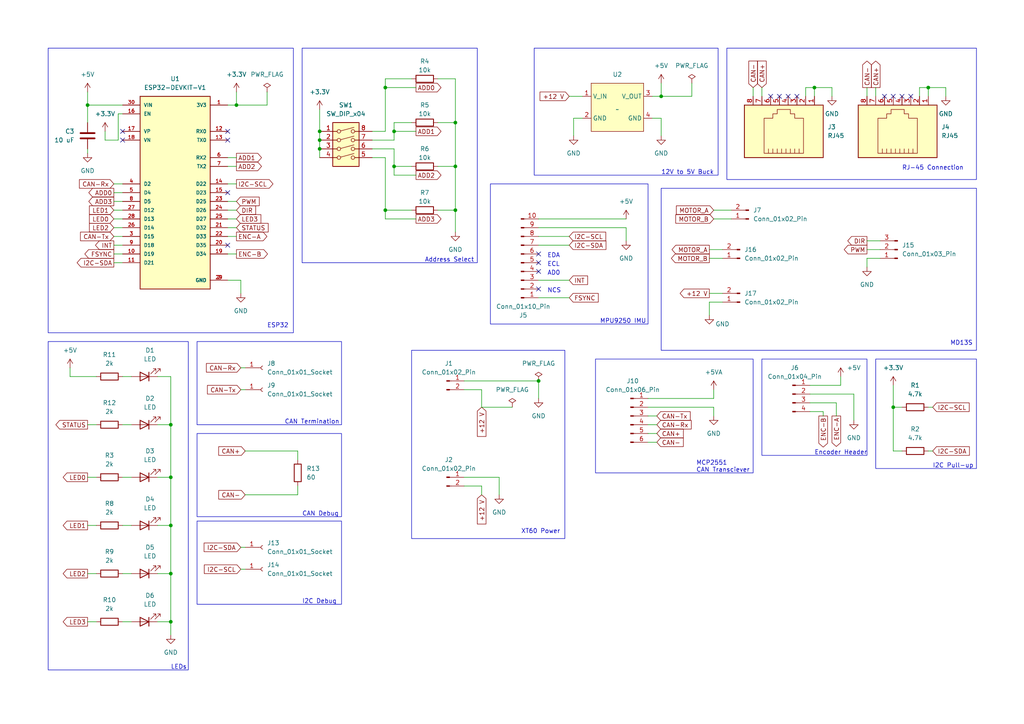
<source format=kicad_sch>
(kicad_sch (version 20230121) (generator eeschema)
  (paper "A4")
  (title_block (title "CAN Node") (date "2023-09-07") (rev "1.0") (company "RoverX"))
  (lib_symbols
    (symbol "Connector:Conn_01x01_Socket" (pin_names (offset 1.016) hide)
      (property "Reference" "J" (at 0 2.54 0))
      (property "Value" "Conn_01x01_Socket" (at 0 -2.54 0))
      (symbol "Conn_01x01_Socket_1_1"
        (polyline (pts (xy -1.27 0) (xy -0.508 0)) (stroke (width 0.1524)))
        (arc (start 0 0.508) (mid -0.5058 0) (end 0 -0.508) (stroke (width 0.1524)))
        (pin passive line (at -5.08 0 0) (length 3.81) (name "Pin_1") (number "1"))
      )
    )
    (symbol "Connector:Conn_01x02_Pin" (pin_names (offset 1.016) hide)
      (property "Reference" "J" (at 0 2.54 0))
      (property "Value" "Conn_01x02_Pin" (at 0 -5.08 0))
      (symbol "Conn_01x02_Pin_1_1"
        (polyline (pts (xy 1.27 -2.54) (xy 0.8636 -2.54)) (stroke (width 0.1524)))
        (polyline (pts (xy 1.27 0) (xy 0.8636 0)) (stroke (width 0.1524)))
        (rectangle (start 0.8636 -2.413) (end 0 -2.667) (stroke (width 0.1524)) (fill (type outline)))
        (rectangle (start 0.8636 0.127) (end 0 -0.127) (stroke (width 0.1524)) (fill (type outline)))
        (pin passive line (at 5.08 0 180) (length 3.81) (name "Pin_1") (number "1"))
        (pin passive line (at 5.08 -2.54 180) (length 3.81) (name "Pin_2") (number "2"))
      )
    )
    (symbol "Connector:Conn_01x03_Pin" (pin_names (offset 1.016) hide)
      (property "Reference" "J" (at 0 5.08 0))
      (property "Value" "Conn_01x03_Pin" (at 0 -5.08 0))
      (symbol "Conn_01x03_Pin_1_1"
        (polyline (pts (xy 1.27 -2.54) (xy 0.8636 -2.54)) (stroke (width 0.1524)))
        (polyline (pts (xy 1.27 0) (xy 0.8636 0)) (stroke (width 0.1524)))
        (polyline (pts (xy 1.27 2.54) (xy 0.8636 2.54)) (stroke (width 0.1524)))
        (rectangle (start 0.8636 -2.413) (end 0 -2.667) (stroke (width 0.1524)) (fill (type outline)))
        (rectangle (start 0.8636 0.127) (end 0 -0.127) (stroke (width 0.1524)) (fill (type outline)))
        (rectangle (start 0.8636 2.667) (end 0 2.413) (stroke (width 0.1524)) (fill (type outline)))
        (pin passive line (at 5.08 2.54 180) (length 3.81) (name "Pin_1") (number "1"))
        (pin passive line (at 5.08 0 180) (length 3.81) (name "Pin_2") (number "2"))
        (pin passive line (at 5.08 -2.54 180) (length 3.81) (name "Pin_3") (number "3"))
      )
    )
    (symbol "Connector:Conn_01x04_Pin" (pin_names (offset 1.016) hide)
      (property "Reference" "J" (at 0 5.08 0))
      (property "Value" "Conn_01x04_Pin" (at 0 -7.62 0))
      (symbol "Conn_01x04_Pin_1_1"
        (polyline (pts (xy 1.27 -5.08) (xy 0.8636 -5.08)) (stroke (width 0.1524)))
        (polyline (pts (xy 1.27 -2.54) (xy 0.8636 -2.54)) (stroke (width 0.1524)))
        (polyline (pts (xy 1.27 0) (xy 0.8636 0)) (stroke (width 0.1524)))
        (polyline (pts (xy 1.27 2.54) (xy 0.8636 2.54)) (stroke (width 0.1524)))
        (rectangle (start 0.8636 -4.953) (end 0 -5.207) (stroke (width 0.1524)) (fill (type outline)))
        (rectangle (start 0.8636 -2.413) (end 0 -2.667) (stroke (width 0.1524)) (fill (type outline)))
        (rectangle (start 0.8636 0.127) (end 0 -0.127) (stroke (width 0.1524)) (fill (type outline)))
        (rectangle (start 0.8636 2.667) (end 0 2.413) (stroke (width 0.1524)) (fill (type outline)))
        (pin passive line (at 5.08 2.54 180) (length 3.81) (name "Pin_1") (number "1"))
        (pin passive line (at 5.08 0 180) (length 3.81) (name "Pin_2") (number "2"))
        (pin passive line (at 5.08 -2.54 180) (length 3.81) (name "Pin_3") (number "3"))
        (pin passive line (at 5.08 -5.08 180) (length 3.81) (name "Pin_4") (number "4"))
      )
    )
    (symbol "Connector:Conn_01x06_Pin" (pin_names (offset 1.016) hide)
      (property "Reference" "J" (at 0 7.62 0))
      (property "Value" "Conn_01x06_Pin" (at 0 -10.16 0))
      (symbol "Conn_01x06_Pin_1_1"
        (polyline (pts (xy 1.27 -7.62) (xy 0.8636 -7.62)) (stroke (width 0.1524)))
        (polyline (pts (xy 1.27 -5.08) (xy 0.8636 -5.08)) (stroke (width 0.1524)))
        (polyline (pts (xy 1.27 -2.54) (xy 0.8636 -2.54)) (stroke (width 0.1524)))
        (polyline (pts (xy 1.27 0) (xy 0.8636 0)) (stroke (width 0.1524)))
        (polyline (pts (xy 1.27 2.54) (xy 0.8636 2.54)) (stroke (width 0.1524)))
        (polyline (pts (xy 1.27 5.08) (xy 0.8636 5.08)) (stroke (width 0.1524)))
        (rectangle (start 0.8636 -7.493) (end 0 -7.747) (stroke (width 0.1524)) (fill (type outline)))
        (rectangle (start 0.8636 -4.953) (end 0 -5.207) (stroke (width 0.1524)) (fill (type outline)))
        (rectangle (start 0.8636 -2.413) (end 0 -2.667) (stroke (width 0.1524)) (fill (type outline)))
        (rectangle (start 0.8636 0.127) (end 0 -0.127) (stroke (width 0.1524)) (fill (type outline)))
        (rectangle (start 0.8636 2.667) (end 0 2.413) (stroke (width 0.1524)) (fill (type outline)))
        (rectangle (start 0.8636 5.207) (end 0 4.953) (stroke (width 0.1524)) (fill (type outline)))
        (pin passive line (at 5.08 5.08 180) (length 3.81) (name "Pin_1") (number "1"))
        (pin passive line (at 5.08 2.54 180) (length 3.81) (name "Pin_2") (number "2"))
        (pin passive line (at 5.08 0 180) (length 3.81) (name "Pin_3") (number "3"))
        (pin passive line (at 5.08 -2.54 180) (length 3.81) (name "Pin_4") (number "4"))
        (pin passive line (at 5.08 -5.08 180) (length 3.81) (name "Pin_5") (number "5"))
        (pin passive line (at 5.08 -7.62 180) (length 3.81) (name "Pin_6") (number "6"))
      )
    )
    (symbol "Connector:Conn_01x10_Pin" (pin_names (offset 1.016) hide)
      (property "Reference" "J" (at 0 12.7 0))
      (property "Value" "Conn_01x10_Pin" (at 0 -15.24 0))
      (symbol "Conn_01x10_Pin_1_1"
        (polyline (pts (xy 1.27 -12.7) (xy 0.8636 -12.7)) (stroke (width 0.1524)))
        (polyline (pts (xy 1.27 -10.16) (xy 0.8636 -10.16)) (stroke (width 0.1524)))
        (polyline (pts (xy 1.27 -7.62) (xy 0.8636 -7.62)) (stroke (width 0.1524)))
        (polyline (pts (xy 1.27 -5.08) (xy 0.8636 -5.08)) (stroke (width 0.1524)))
        (polyline (pts (xy 1.27 -2.54) (xy 0.8636 -2.54)) (stroke (width 0.1524)))
        (polyline (pts (xy 1.27 0) (xy 0.8636 0)) (stroke (width 0.1524)))
        (polyline (pts (xy 1.27 2.54) (xy 0.8636 2.54)) (stroke (width 0.1524)))
        (polyline (pts (xy 1.27 5.08) (xy 0.8636 5.08)) (stroke (width 0.1524)))
        (polyline (pts (xy 1.27 7.62) (xy 0.8636 7.62)) (stroke (width 0.1524)))
        (polyline (pts (xy 1.27 10.16) (xy 0.8636 10.16)) (stroke (width 0.1524)))
        (rectangle (start 0.8636 -12.573) (end 0 -12.827) (stroke (width 0.1524)) (fill (type outline)))
        (rectangle (start 0.8636 -10.033) (end 0 -10.287) (stroke (width 0.1524)) (fill (type outline)))
        (rectangle (start 0.8636 -7.493) (end 0 -7.747) (stroke (width 0.1524)) (fill (type outline)))
        (rectangle (start 0.8636 -4.953) (end 0 -5.207) (stroke (width 0.1524)) (fill (type outline)))
        (rectangle (start 0.8636 -2.413) (end 0 -2.667) (stroke (width 0.1524)) (fill (type outline)))
        (rectangle (start 0.8636 0.127) (end 0 -0.127) (stroke (width 0.1524)) (fill (type outline)))
        (rectangle (start 0.8636 2.667) (end 0 2.413) (stroke (width 0.1524)) (fill (type outline)))
        (rectangle (start 0.8636 5.207) (end 0 4.953) (stroke (width 0.1524)) (fill (type outline)))
        (rectangle (start 0.8636 7.747) (end 0 7.493) (stroke (width 0.1524)) (fill (type outline)))
        (rectangle (start 0.8636 10.287) (end 0 10.033) (stroke (width 0.1524)) (fill (type outline)))
        (pin passive line (at 5.08 10.16 180) (length 3.81) (name "Pin_1") (number "1"))
        (pin passive line (at 5.08 -12.7 180) (length 3.81) (name "Pin_10") (number "10"))
        (pin passive line (at 5.08 7.62 180) (length 3.81) (name "Pin_2") (number "2"))
        (pin passive line (at 5.08 5.08 180) (length 3.81) (name "Pin_3") (number "3"))
        (pin passive line (at 5.08 2.54 180) (length 3.81) (name "Pin_4") (number "4"))
        (pin passive line (at 5.08 0 180) (length 3.81) (name "Pin_5") (number "5"))
        (pin passive line (at 5.08 -2.54 180) (length 3.81) (name "Pin_6") (number "6"))
        (pin passive line (at 5.08 -5.08 180) (length 3.81) (name "Pin_7") (number "7"))
        (pin passive line (at 5.08 -7.62 180) (length 3.81) (name "Pin_8") (number "8"))
        (pin passive line (at 5.08 -10.16 180) (length 3.81) (name "Pin_9") (number "9"))
      )
    )
    (symbol "Connector:RJ45" (pin_names (offset 1.016))
      (property "Reference" "J" (at -5.08 13.97 0))
      (property "Value" "RJ45" (at 2.54 13.97 0))
      (symbol "RJ45_0_1"
        (polyline (pts (xy -5.08 4.445) (xy -6.35 4.445)))
        (polyline (pts (xy -5.08 5.715) (xy -6.35 5.715)))
        (polyline (pts (xy -6.35 -3.175) (xy -5.08 -3.175) (xy -5.08 -3.175)))
        (polyline (pts (xy -6.35 -1.905) (xy -5.08 -1.905) (xy -5.08 -1.905)))
        (polyline (pts (xy -6.35 -0.635) (xy -5.08 -0.635) (xy -5.08 -0.635)))
        (polyline (pts (xy -6.35 0.635) (xy -5.08 0.635) (xy -5.08 0.635)))
        (polyline (pts (xy -6.35 1.905) (xy -5.08 1.905) (xy -5.08 1.905)))
        (polyline (pts (xy -5.08 3.175) (xy -6.35 3.175) (xy -6.35 3.175)))
        (polyline (pts (xy -6.35 -4.445) (xy -6.35 6.985) (xy 3.81 6.985) (xy 3.81 4.445) (xy 5.08 4.445) (xy 5.08 3.175) (xy 6.35 3.175) (xy 6.35 -0.635) (xy 5.08 -0.635) (xy 5.08 -1.905) (xy 3.81 -1.905) (xy 3.81 -4.445) (xy -6.35 -4.445) (xy -6.35 -4.445)))
        (rectangle (start 7.62 12.7) (end -7.62 -10.16) (stroke (width 0.254)) (fill (type background)))
      )
      (symbol "RJ45_1_1"
        (pin passive line (at 10.16 -7.62 180) (length 2.54) (name "~") (number "1"))
        (pin passive line (at 10.16 -5.08 180) (length 2.54) (name "~") (number "2"))
        (pin passive line (at 10.16 -2.54 180) (length 2.54) (name "~") (number "3"))
        (pin passive line (at 10.16 0 180) (length 2.54) (name "~") (number "4"))
        (pin passive line (at 10.16 2.54 180) (length 2.54) (name "~") (number "5"))
        (pin passive line (at 10.16 5.08 180) (length 2.54) (name "~") (number "6"))
        (pin passive line (at 10.16 7.62 180) (length 2.54) (name "~") (number "7"))
        (pin passive line (at 10.16 10.16 180) (length 2.54) (name "~") (number "8"))
      )
    )
    (symbol "Device:C" (pin_numbers hide) (pin_names (offset 0.254))
      (property "Reference" "C" (at 0.635 2.54 0))
      (property "Value" "C" (at 0.635 -2.54 0))
      (symbol "C_0_1"
        (polyline (pts (xy -2.032 -0.762) (xy 2.032 -0.762)) (stroke (width 0.508)))
        (polyline (pts (xy -2.032 0.762) (xy 2.032 0.762)) (stroke (width 0.508)))
      )
      (symbol "C_1_1"
        (pin passive line (at 0 3.81 270) (length 2.794) (name "~") (number "1"))
        (pin passive line (at 0 -3.81 90) (length 2.794) (name "~") (number "2"))
      )
    )
    (symbol "Device:LED" (pin_numbers hide) (pin_names (offset 1.016) hide)
      (property "Reference" "D" (at 0 2.54 0))
      (property "Value" "LED" (at 0 -2.54 0))
      (symbol "LED_0_1"
        (polyline (pts (xy -1.27 -1.27) (xy -1.27 1.27)) (stroke (width 0.254)))
        (polyline (pts (xy -1.27 0) (xy 1.27 0)))
        (polyline (pts (xy 1.27 -1.27) (xy 1.27 1.27) (xy -1.27 0) (xy 1.27 -1.27)) (stroke (width 0.254)))
        (polyline (pts (xy -3.048 -0.762) (xy -4.572 -2.286) (xy -3.81 -2.286) (xy -4.572 -2.286) (xy -4.572 -1.524)))
        (polyline (pts (xy -1.778 -0.762) (xy -3.302 -2.286) (xy -2.54 -2.286) (xy -3.302 -2.286) (xy -3.302 -1.524)))
      )
      (symbol "LED_1_1"
        (pin passive line (at -3.81 0 0) (length 2.54) (name "K") (number "1"))
        (pin passive line (at 3.81 0 180) (length 2.54) (name "A") (number "2"))
      )
    )
    (symbol "Device:R" (pin_numbers hide) (pin_names (offset 0))
      (property "Reference" "R" (at 2.032 0 90))
      (property "Value" "R" (at 0 0 90))
      (symbol "R_0_1"
        (rectangle (start -1.016 -2.54) (end 1.016 2.54) (stroke (width 0.254)))
      )
      (symbol "R_1_1"
        (pin passive line (at 0 3.81 270) (length 1.27) (name "~") (number "1"))
        (pin passive line (at 0 -3.81 90) (length 1.27) (name "~") (number "2"))
      )
    )
    (symbol "ESP32-DEVKIT-V1:ESP32-DEVKIT-V1" (pin_names (offset 1.016))
      (property "Reference" "U" (at -10.16 30.48 0))
      (property "Value" "ESP32-DEVKIT-V1" (at -10.16 -30.48 0))
      (symbol "ESP32-DEVKIT-V1_0_0"
        (rectangle (start -10.16 -27.94) (end 10.16 27.94) (stroke (width 0.254)) (fill (type background)))
        (pin output line (at 15.24 25.4 180) (length 5.08) (name "3V3") (number "1"))
        (pin bidirectional line (at -15.24 -17.78 0) (length 5.08) (name "D19") (number "10"))
        (pin bidirectional line (at -15.24 -20.32 0) (length 5.08) (name "D21") (number "11"))
        (pin input line (at 15.24 17.78 180) (length 5.08) (name "RX0") (number "12"))
        (pin output line (at 15.24 15.24 180) (length 5.08) (name "TX0") (number "13"))
        (pin bidirectional line (at 15.24 2.54 180) (length 5.08) (name "D22") (number "14"))
        (pin bidirectional line (at 15.24 0 180) (length 5.08) (name "D23") (number "15"))
        (pin input line (at -15.24 22.86 0) (length 5.08) (name "EN") (number "16"))
        (pin bidirectional line (at -15.24 17.78 0) (length 5.08) (name "VP") (number "17"))
        (pin bidirectional line (at -15.24 15.24 0) (length 5.08) (name "VN") (number "18"))
        (pin bidirectional line (at 15.24 -17.78 180) (length 5.08) (name "D34") (number "19"))
        (pin power_in line (at 15.24 -25.4 180) (length 5.08) (name "GND") (number "2"))
        (pin bidirectional line (at 15.24 -15.24 180) (length 5.08) (name "D35") (number "20"))
        (pin bidirectional line (at 15.24 -10.16 180) (length 5.08) (name "D32") (number "21"))
        (pin bidirectional line (at 15.24 -12.7 180) (length 5.08) (name "D33") (number "22"))
        (pin bidirectional line (at 15.24 -2.54 180) (length 5.08) (name "D25") (number "23"))
        (pin bidirectional line (at 15.24 -5.08 180) (length 5.08) (name "D26") (number "24"))
        (pin bidirectional line (at 15.24 -7.62 180) (length 5.08) (name "D27") (number "25"))
        (pin bidirectional line (at -15.24 -10.16 0) (length 5.08) (name "D14") (number "26"))
        (pin bidirectional line (at -15.24 -5.08 0) (length 5.08) (name "D12") (number "27"))
        (pin bidirectional line (at -15.24 -7.62 0) (length 5.08) (name "D13") (number "28"))
        (pin power_in line (at 15.24 -25.4 180) (length 5.08) (name "GND") (number "29"))
        (pin bidirectional line (at -15.24 -12.7 0) (length 5.08) (name "D15") (number "3"))
        (pin input line (at -15.24 25.4 0) (length 5.08) (name "VIN") (number "30"))
        (pin bidirectional line (at -15.24 2.54 0) (length 5.08) (name "D2") (number "4"))
        (pin bidirectional line (at -15.24 0 0) (length 5.08) (name "D4") (number "5"))
        (pin input line (at 15.24 10.16 180) (length 5.08) (name "RX2") (number "6"))
        (pin output line (at 15.24 7.62 180) (length 5.08) (name "TX2") (number "7"))
        (pin bidirectional line (at -15.24 -2.54 0) (length 5.08) (name "D5") (number "8"))
        (pin bidirectional line (at -15.24 -15.24 0) (length 5.08) (name "D18") (number "9"))
      )
    )
    (symbol "MINI360-buck:MINI360_Buck"
      (property "Reference" "U" (at 0 10.16 0))
      (symbol "MINI360_Buck_1_1"
        (rectangle (start -7.62 7.62) (end 7.62 -6.35) (fill (type background)))
        (pin power_in line (at -10.16 3.81 0) (length 2.54) (name "V_IN") (number "1"))
        (pin passive line (at -10.16 -2.54 0) (length 2.54) (name "GND") (number "2"))
        (pin power_out line (at 10.16 3.81 180) (length 2.54) (name "V_OUT") (number "3"))
        (pin passive line (at 10.16 -2.54 180) (length 2.54) (name "GND") (number "4"))
      )
    )
    (symbol "Switch:SW_DIP_x04" (pin_names (offset 0) hide)
      (property "Reference" "SW" (at 0 8.89 0))
      (property "Value" "SW_DIP_x04" (at 0 -6.35 0))
      (symbol "SW_DIP_x04_0_0"
        (circle (center -2.032 -2.54) (radius 0.508))
        (circle (center -2.032 0) (radius 0.508))
        (circle (center -2.032 2.54) (radius 0.508))
        (circle (center -2.032 5.08) (radius 0.508))
        (polyline (pts (xy -1.524 -2.3876) (xy 2.3622 -1.3462)))
        (polyline (pts (xy -1.524 0.127) (xy 2.3622 1.1684)))
        (polyline (pts (xy -1.524 2.667) (xy 2.3622 3.7084)))
        (polyline (pts (xy -1.524 5.207) (xy 2.3622 6.2484)))
        (circle (center 2.032 -2.54) (radius 0.508))
        (circle (center 2.032 0) (radius 0.508))
        (circle (center 2.032 2.54) (radius 0.508))
        (circle (center 2.032 5.08) (radius 0.508))
      )
      (symbol "SW_DIP_x04_0_1"
        (rectangle (start -3.81 7.62) (end 3.81 -5.08) (stroke (width 0.254)) (fill (type background)))
      )
      (symbol "SW_DIP_x04_1_1"
        (pin passive line (at -7.62 5.08 0) (length 5.08) (name "~") (number "1"))
        (pin passive line (at -7.62 2.54 0) (length 5.08) (name "~") (number "2"))
        (pin passive line (at -7.62 0 0) (length 5.08) (name "~") (number "3"))
        (pin passive line (at -7.62 -2.54 0) (length 5.08) (name "~") (number "4"))
        (pin passive line (at 7.62 -2.54 180) (length 5.08) (name "~") (number "5"))
        (pin passive line (at 7.62 0 180) (length 5.08) (name "~") (number "6"))
        (pin passive line (at 7.62 2.54 180) (length 5.08) (name "~") (number "7"))
        (pin passive line (at 7.62 5.08 180) (length 5.08) (name "~") (number "8"))
      )
    )
    (symbol "power:+3.3V" (power) (pin_names (offset 0))
      (property "Value" "+3.3V" (at 0 3.556 0))
      (symbol "+3.3V_0_1"
        (polyline (pts (xy -0.762 1.27) (xy 0 2.54)))
        (polyline (pts (xy 0 0) (xy 0 2.54)))
        (polyline (pts (xy 0 2.54) (xy 0.762 1.27)))
      )
      (symbol "+3.3V_1_1"
        (pin power_in line (at 0 0 90) (length 0) hide (name "+3.3V") (number "1"))
      )
    )
    (symbol "power:+5V" (power) (pin_names (offset 0))
      (property "Value" "+5V" (at 0 3.556 0))
      (symbol "+5V_0_1"
        (polyline (pts (xy -0.762 1.27) (xy 0 2.54)))
        (polyline (pts (xy 0 0) (xy 0 2.54)))
        (polyline (pts (xy 0 2.54) (xy 0.762 1.27)))
      )
      (symbol "+5V_1_1"
        (pin power_in line (at 0 0 90) (length 0) hide (name "+5V") (number "1"))
      )
    )
    (symbol "power:+5VA" (power) (pin_names (offset 0))
      (property "Value" "+5VA" (at 0 3.556 0))
      (symbol "+5VA_0_1"
        (polyline (pts (xy -0.762 1.27) (xy 0 2.54)))
        (polyline (pts (xy 0 0) (xy 0 2.54)))
        (polyline (pts (xy 0 2.54) (xy 0.762 1.27)))
      )
      (symbol "+5VA_1_1"
        (pin power_in line (at 0 0 90) (length 0) hide (name "+5VA") (number "1"))
      )
    )
    (symbol "power:GND" (power) (pin_names (offset 0))
      (property "Value" "GND" (at 0 -3.81 0))
      (symbol "GND_0_1"
        (polyline (pts (xy 0 0) (xy 0 -1.27) (xy 1.27 -1.27) (xy 0 -2.54) (xy -1.27 -1.27) (xy 0 -1.27)))
      )
      (symbol "GND_1_1"
        (pin power_in line (at 0 0 270) (length 0) hide (name "GND") (number "1"))
      )
    )
    (symbol "power:PWR_FLAG" (power) (pin_numbers hide) (pin_names (offset 0) hide)
      (property "Value" "PWR_FLAG" (at 0 3.81 0))
      (symbol "PWR_FLAG_0_0"
        (pin power_out line (at 0 0 90) (length 0) (name "pwr") (number "1"))
      )
      (symbol "PWR_FLAG_0_1"
        (polyline (pts (xy 0 0) (xy 0 1.27) (xy -1.016 1.905) (xy 0 2.54) (xy 1.016 1.905) (xy 0 1.27)))
      )
    )
  )
  (junction (at 25.4 30.48))
  (junction (at 111.76 60.96))
  (junction (at 68.58 30.48))
  (junction (at 132.08 48.26))
  (junction (at 49.53 166.37))
  (junction (at 49.53 123.19))
  (junction (at 156.21 110.49))
  (junction (at 132.08 60.96))
  (junction (at 269.24 25.4))
  (junction (at 49.53 152.4))
  (junction (at 49.53 138.43))
  (junction (at 49.53 180.34))
  (junction (at 236.22 25.4))
  (junction (at 92.71 43.18))
  (junction (at 111.76 25.4))
  (junction (at 92.71 38.1))
  (junction (at 191.77 27.94))
  (junction (at 92.71 40.64))
  (junction (at 114.3 38.1))
  (junction (at 132.08 35.56))
  (junction (at 259.08 118.11))
  (junction (at 114.3 48.26))
  (no_connect (at 156.21 76.2))
  (no_connect (at 35.56 38.1))
  (no_connect (at 66.04 40.64))
  (no_connect (at 156.21 83.82))
  (no_connect (at 35.56 40.64))
  (no_connect (at 228.6 27.94))
  (no_connect (at 66.04 71.12))
  (no_connect (at 226.06 27.94))
  (no_connect (at 66.04 38.1))
  (no_connect (at 66.04 55.88))
  (no_connect (at 261.62 27.94))
  (no_connect (at 223.52 27.94))
  (no_connect (at 156.21 73.66))
  (no_connect (at 256.54 27.94))
  (no_connect (at 264.16 27.94))
  (no_connect (at 231.14 27.94))
  (no_connect (at 156.21 78.74))
  (no_connect (at 259.08 27.94))
  (wire (pts (xy 209.55 87.63) (xy 205.74 87.63)))
  (wire (pts (xy 234.95 119.38) (xy 238.76 119.38)))
  (wire (pts (xy 68.58 30.48) (xy 68.58 26.67)))
  (wire (pts (xy 236.22 25.4) (xy 236.22 27.94)))
  (wire (pts (xy 134.62 110.49) (xy 156.21 110.49)))
  (wire (pts (xy 234.95 116.84) (xy 242.57 116.84)))
  (wire (pts (xy 114.3 38.1) (xy 120.65 38.1)))
  (wire (pts (xy 66.04 68.58) (xy 68.58 68.58)))
  (wire (pts (xy 69.85 158.75) (xy 71.12 158.75)))
  (wire (pts (xy 66.04 48.26) (xy 68.58 48.26)))
  (wire (pts (xy 66.04 73.66) (xy 68.58 73.66)))
  (wire (pts (xy 66.04 58.42) (xy 68.58 58.42)))
  (wire (pts (xy 207.01 115.57) (xy 207.01 113.03)))
  (wire (pts (xy 254 25.4) (xy 254 27.94)))
  (wire (pts (xy 77.47 30.48) (xy 77.47 26.67)))
  (wire (pts (xy 205.74 72.39) (xy 209.55 72.39)))
  (wire (pts (xy 68.58 30.48) (xy 77.47 30.48)))
  (wire (pts (xy 205.74 74.93) (xy 209.55 74.93)))
  (wire (pts (xy 243.84 111.76) (xy 234.95 111.76)))
  (wire (pts (xy 187.96 115.57) (xy 207.01 115.57)))
  (wire (pts (xy 33.02 58.42) (xy 35.56 58.42)))
  (wire (pts (xy 191.77 24.13) (xy 191.77 27.94)))
  (wire (pts (xy 233.68 25.4) (xy 233.68 27.94)))
  (wire (pts (xy 38.1 180.34) (xy 35.56 180.34)))
  (wire (pts (xy 255.27 74.93) (xy 251.46 74.93)))
  (wire (pts (xy 25.4 30.48) (xy 25.4 26.67)))
  (wire (pts (xy 25.4 123.19) (xy 27.94 123.19)))
  (wire (pts (xy 241.3 25.4) (xy 236.22 25.4)))
  (wire (pts (xy 49.53 180.34) (xy 49.53 184.15)))
  (wire (pts (xy 92.71 38.1) (xy 92.71 40.64)))
  (wire (pts (xy 25.4 138.43) (xy 27.94 138.43)))
  (wire (pts (xy 45.72 180.34) (xy 49.53 180.34)))
  (wire (pts (xy 69.85 113.03) (xy 71.12 113.03)))
  (wire (pts (xy 33.02 63.5) (xy 35.56 63.5)))
  (wire (pts (xy 38.1 109.22) (xy 35.56 109.22)))
  (wire (pts (xy 38.1 166.37) (xy 35.56 166.37)))
  (wire (pts (xy 38.1 138.43) (xy 35.56 138.43)))
  (wire (pts (xy 132.08 48.26) (xy 132.08 60.96)))
  (wire (pts (xy 243.84 109.22) (xy 243.84 111.76)))
  (wire (pts (xy 274.32 25.4) (xy 274.32 27.94)))
  (wire (pts (xy 205.74 85.09) (xy 209.55 85.09)))
  (wire (pts (xy 45.72 109.22) (xy 49.53 109.22)))
  (wire (pts (xy 114.3 35.56) (xy 119.38 35.56)))
  (wire (pts (xy 156.21 66.04) (xy 181.61 66.04)))
  (wire (pts (xy 269.24 25.4) (xy 274.32 25.4)))
  (wire (pts (xy 259.08 118.11) (xy 259.08 130.81)))
  (wire (pts (xy 25.4 43.18) (xy 25.4 44.45)))
  (wire (pts (xy 187.96 125.73) (xy 190.5 125.73)))
  (wire (pts (xy 120.65 63.5) (xy 111.76 63.5)))
  (wire (pts (xy 156.21 68.58) (xy 165.1 68.58)))
  (wire (pts (xy 35.56 33.02) (xy 34.29 33.02)))
  (wire (pts (xy 139.7 140.97) (xy 139.7 143.51)))
  (wire (pts (xy 132.08 22.86) (xy 132.08 35.56)))
  (wire (pts (xy 71.12 130.81) (xy 86.36 130.81)))
  (wire (pts (xy 33.02 71.12) (xy 35.56 71.12)))
  (wire (pts (xy 269.24 130.81) (xy 270.51 130.81)))
  (wire (pts (xy 25.4 152.4) (xy 27.94 152.4)))
  (wire (pts (xy 33.02 60.96) (xy 35.56 60.96)))
  (wire (pts (xy 114.3 43.18) (xy 114.3 48.26)))
  (wire (pts (xy 71.12 143.51) (xy 86.36 143.51)))
  (wire (pts (xy 111.76 45.72) (xy 111.76 60.96)))
  (wire (pts (xy 156.21 81.28) (xy 165.1 81.28)))
  (wire (pts (xy 66.04 66.04) (xy 68.58 66.04)))
  (wire (pts (xy 66.04 45.72) (xy 68.58 45.72)))
  (wire (pts (xy 127 60.96) (xy 132.08 60.96)))
  (wire (pts (xy 49.53 109.22) (xy 49.53 123.19)))
  (wire (pts (xy 33.02 66.04) (xy 35.56 66.04)))
  (wire (pts (xy 127 22.86) (xy 132.08 22.86)))
  (wire (pts (xy 45.72 123.19) (xy 49.53 123.19)))
  (wire (pts (xy 111.76 22.86) (xy 119.38 22.86)))
  (wire (pts (xy 233.68 25.4) (xy 236.22 25.4)))
  (wire (pts (xy 132.08 60.96) (xy 132.08 67.31)))
  (wire (pts (xy 66.04 60.96) (xy 68.58 60.96)))
  (wire (pts (xy 33.02 73.66) (xy 35.56 73.66)))
  (wire (pts (xy 45.72 138.43) (xy 49.53 138.43)))
  (wire (pts (xy 34.29 33.02) (xy 34.29 40.64)))
  (wire (pts (xy 241.3 25.4) (xy 241.3 27.94)))
  (wire (pts (xy 132.08 35.56) (xy 132.08 48.26)))
  (wire (pts (xy 207.01 63.5) (xy 212.09 63.5)))
  (wire (pts (xy 107.95 38.1) (xy 111.76 38.1)))
  (wire (pts (xy 187.96 123.19) (xy 190.5 123.19)))
  (wire (pts (xy 156.21 110.49) (xy 156.21 115.57)))
  (wire (pts (xy 156.21 86.36) (xy 165.1 86.36)))
  (wire (pts (xy 251.46 25.4) (xy 251.46 27.94)))
  (wire (pts (xy 25.4 166.37) (xy 27.94 166.37)))
  (wire (pts (xy 269.24 118.11) (xy 270.51 118.11)))
  (wire (pts (xy 45.72 152.4) (xy 49.53 152.4)))
  (wire (pts (xy 139.7 118.11) (xy 148.59 118.11)))
  (wire (pts (xy 165.1 27.94) (xy 168.91 27.94)))
  (wire (pts (xy 259.08 130.81) (xy 261.62 130.81)))
  (wire (pts (xy 111.76 25.4) (xy 111.76 22.86)))
  (wire (pts (xy 49.53 152.4) (xy 49.53 166.37)))
  (wire (pts (xy 205.74 87.63) (xy 205.74 91.44)))
  (wire (pts (xy 127 35.56) (xy 132.08 35.56)))
  (wire (pts (xy 242.57 116.84) (xy 242.57 120.65)))
  (wire (pts (xy 38.1 152.4) (xy 35.56 152.4)))
  (wire (pts (xy 69.85 81.28) (xy 69.85 85.09)))
  (wire (pts (xy 120.65 50.8) (xy 114.3 50.8)))
  (wire (pts (xy 49.53 138.43) (xy 49.53 152.4)))
  (wire (pts (xy 251.46 69.85) (xy 255.27 69.85)))
  (wire (pts (xy 30.48 40.64) (xy 30.48 38.1)))
  (wire (pts (xy 111.76 25.4) (xy 120.65 25.4)))
  (wire (pts (xy 191.77 27.94) (xy 200.66 27.94)))
  (wire (pts (xy 111.76 60.96) (xy 119.38 60.96)))
  (wire (pts (xy 38.1 123.19) (xy 35.56 123.19)))
  (wire (pts (xy 25.4 30.48) (xy 25.4 35.56)))
  (wire (pts (xy 189.23 34.29) (xy 191.77 34.29)))
  (wire (pts (xy 34.29 40.64) (xy 30.48 40.64)))
  (wire (pts (xy 107.95 45.72) (xy 111.76 45.72)))
  (wire (pts (xy 66.04 63.5) (xy 68.58 63.5)))
  (wire (pts (xy 187.96 120.65) (xy 190.5 120.65)))
  (wire (pts (xy 49.53 123.19) (xy 49.53 138.43)))
  (wire (pts (xy 107.95 43.18) (xy 114.3 43.18)))
  (wire (pts (xy 251.46 72.39) (xy 255.27 72.39)))
  (wire (pts (xy 92.71 40.64) (xy 92.71 43.18)))
  (wire (pts (xy 114.3 50.8) (xy 114.3 48.26)))
  (wire (pts (xy 20.32 109.22) (xy 27.94 109.22)))
  (wire (pts (xy 66.04 30.48) (xy 68.58 30.48)))
  (wire (pts (xy 207.01 118.11) (xy 207.01 120.65)))
  (wire (pts (xy 187.96 128.27) (xy 190.5 128.27)))
  (wire (pts (xy 200.66 27.94) (xy 200.66 24.13)))
  (wire (pts (xy 69.85 165.1) (xy 71.12 165.1)))
  (wire (pts (xy 86.36 133.35) (xy 86.36 130.81)))
  (wire (pts (xy 114.3 40.64) (xy 114.3 38.1)))
  (wire (pts (xy 20.32 106.68) (xy 20.32 109.22)))
  (wire (pts (xy 25.4 180.34) (xy 27.94 180.34)))
  (wire (pts (xy 156.21 63.5) (xy 181.61 63.5)))
  (wire (pts (xy 191.77 34.29) (xy 191.77 39.37)))
  (wire (pts (xy 92.71 43.18) (xy 92.71 45.72)))
  (wire (pts (xy 247.65 114.3) (xy 247.65 121.92)))
  (wire (pts (xy 144.78 138.43) (xy 144.78 143.51)))
  (wire (pts (xy 181.61 69.85) (xy 181.61 66.04)))
  (wire (pts (xy 220.98 25.4) (xy 220.98 27.94)))
  (wire (pts (xy 33.02 68.58) (xy 35.56 68.58)))
  (wire (pts (xy 86.36 143.51) (xy 86.36 140.97)))
  (wire (pts (xy 114.3 38.1) (xy 114.3 35.56)))
  (wire (pts (xy 45.72 166.37) (xy 49.53 166.37)))
  (wire (pts (xy 111.76 63.5) (xy 111.76 60.96)))
  (wire (pts (xy 92.71 31.75) (xy 92.71 38.1)))
  (wire (pts (xy 266.7 25.4) (xy 269.24 25.4)))
  (wire (pts (xy 266.7 27.94) (xy 266.7 25.4)))
  (wire (pts (xy 139.7 113.03) (xy 139.7 118.11)))
  (wire (pts (xy 49.53 166.37) (xy 49.53 180.34)))
  (wire (pts (xy 251.46 74.93) (xy 251.46 77.47)))
  (wire (pts (xy 166.37 34.29) (xy 168.91 34.29)))
  (wire (pts (xy 156.21 71.12) (xy 165.1 71.12)))
  (wire (pts (xy 269.24 25.4) (xy 269.24 27.94)))
  (wire (pts (xy 259.08 118.11) (xy 261.62 118.11)))
  (wire (pts (xy 107.95 40.64) (xy 114.3 40.64)))
  (wire (pts (xy 218.44 25.4) (xy 218.44 27.94)))
  (wire (pts (xy 111.76 25.4) (xy 111.76 38.1)))
  (wire (pts (xy 69.85 106.68) (xy 71.12 106.68)))
  (wire (pts (xy 234.95 114.3) (xy 247.65 114.3)))
  (wire (pts (xy 33.02 76.2) (xy 35.56 76.2)))
  (wire (pts (xy 114.3 48.26) (xy 119.38 48.26)))
  (wire (pts (xy 134.62 113.03) (xy 139.7 113.03)))
  (wire (pts (xy 189.23 27.94) (xy 191.77 27.94)))
  (wire (pts (xy 134.62 138.43) (xy 144.78 138.43)))
  (wire (pts (xy 187.96 118.11) (xy 207.01 118.11)))
  (wire (pts (xy 127 48.26) (xy 132.08 48.26)))
  (wire (pts (xy 66.04 53.34) (xy 68.58 53.34)))
  (wire (pts (xy 259.08 111.76) (xy 259.08 118.11)))
  (wire (pts (xy 33.02 55.88) (xy 35.56 55.88)))
  (wire (pts (xy 33.02 53.34) (xy 35.56 53.34)))
  (wire (pts (xy 134.62 140.97) (xy 139.7 140.97)))
  (wire (pts (xy 66.04 81.28) (xy 69.85 81.28)))
  (wire (pts (xy 207.01 60.96) (xy 212.09 60.96)))
  (wire (pts (xy 166.37 34.29) (xy 166.37 39.37)))
  (wire (pts (xy 238.76 119.38) (xy 238.76 120.65)))
  (wire (pts (xy 25.4 30.48) (xy 35.56 30.48)))
  (rectangle (start 57.15 99.06) (end 99.06 123.19))
  (rectangle (start 172.72 104.14) (end 218.44 137.16))
  (rectangle (start 254 104.14) (end 283.21 135.89))
  (rectangle (start 119.38 101.6) (end 163.83 156.21))
  (rectangle (start 142.24 53.34) (end 187.96 93.98))
  (rectangle (start 57.15 125.73) (end 99.06 149.86))
  (rectangle (start 13.97 13.97) (end 85.09 96.52))
  (rectangle (start 87.63 13.97) (end 138.43 76.2))
  (rectangle (start 191.77 54.61) (end 283.21 101.6))
  (rectangle (start 57.15 151.13) (end 99.06 175.26))
  (rectangle (start 210.82 13.97) (end 283.21 52.07))
  (rectangle (start 154.94 13.97) (end 208.28 50.8))
  (rectangle (start 13.97 99.06) (end 54.61 194.31))
  (rectangle (start 220.98 104.14) (end 251.46 132.08))
  (text "ESP32" (at 77.47 95.25 0) (effects (font (size 1.27 1.27)) (justify left bottom)))
  (text "I2C Pull-up" (at 270.51 135.89 0) (effects (font (size 1.27 1.27)) (justify left bottom)))
  (text "12V to 5V Buck" (at 191.77 50.8 0) (effects (font (size 1.27 1.27)) (justify left bottom)))
  (text "NCS" (at 158.75 85.09 0) (effects (font (size 1.27 1.27)) (justify left bottom)))
  (text "RJ-45 Connection" (at 261.62 49.53 0) (effects (font (size 1.27 1.27)) (justify left bottom)))
  (text "Address Select" (at 123.19 76.2 0) (effects (font (size 1.27 1.27)) (justify left bottom)))
  (text "MCP2551\nCAN Transciever" (at 201.93 137.16 0) (effects (font (size 1.27 1.27)) (justify left bottom)))
  (text "CAN Termination" (at 82.55 123.19 0) (effects (font (size 1.27 1.27)) (justify left bottom)))
  (text "I2C Debug" (at 87.63 175.26 0) (effects (font (size 1.27 1.27)) (justify left bottom)))
  (text "ECL" (at 158.75 77.47 0) (effects (font (size 1.27 1.27)) (justify left bottom)))
  (text "XT60 Power" (at 151.13 154.94 0) (effects (font (size 1.27 1.27)) (justify left bottom)))
  (text "MPU9250 IMU" (at 173.99 93.98 0) (effects (font (size 1.27 1.27)) (justify left bottom)))
  (text "MD13S" (at 275.59 100.33 0) (effects (font (size 1.27 1.27)) (justify left bottom)))
  (text "LEDs" (at 49.53 194.31 0) (effects (font (size 1.27 1.27)) (justify left bottom)))
  (text "Encoder Header" (at 236.22 132.08 0) (effects (font (size 1.27 1.27)) (justify left bottom)))
  (text "AD0" (at 158.75 80.01 0) (effects (font (size 1.27 1.27)) (justify left bottom)))
  (text "CAN Debug" (at 87.63 149.86 0) (effects (font (size 1.27 1.27)) (justify left bottom)))
  (text "EDA" (at 158.75 74.93 0) (effects (font (size 1.27 1.27)) (justify left bottom)))
  (global_label "CAN-" (shape input) (at 190.5 128.27 0) (property "Intersheetrefs" "${INTERSHEET_REFS}" (effects hide)))
  (global_label "CAN-Rx" (shape input) (at 33.02 53.34 180) (property "Intersheetrefs" "${INTERSHEET_REFS}" (effects hide)))
  (global_label "PWM" (shape input) (at 68.58 58.42 0) (property "Intersheetrefs" "${INTERSHEET_REFS}" (effects hide)))
  (global_label "CAN-" (shape input) (at 218.44 25.4 90) (property "Intersheetrefs" "${INTERSHEET_REFS}" (effects hide)))
  (global_label "CAN-" (shape output) (at 251.46 25.4 90) (property "Intersheetrefs" "${INTERSHEET_REFS}" (effects hide)))
  (global_label "CAN+" (shape input) (at 190.5 125.73 0) (property "Intersheetrefs" "${INTERSHEET_REFS}" (effects hide)))
  (global_label "DIR" (shape output) (at 251.46 69.85 180) (property "Intersheetrefs" "${INTERSHEET_REFS}" (effects hide)))
  (global_label "CAN-" (shape input) (at 71.12 143.51 180) (property "Intersheetrefs" "${INTERSHEET_REFS}" (effects hide)))
  (global_label "INT" (shape output) (at 33.02 71.12 180) (property "Intersheetrefs" "${INTERSHEET_REFS}" (effects hide)))
  (global_label "I2C-SCL" (shape input) (at 165.1 68.58 0) (property "Intersheetrefs" "${INTERSHEET_REFS}" (effects hide)))
  (global_label "ENC-A" (shape output) (at 242.57 120.65 270) (property "Intersheetrefs" "${INTERSHEET_REFS}" (effects hide)))
  (global_label "LED1" (shape output) (at 25.4 152.4 180) (property "Intersheetrefs" "${INTERSHEET_REFS}" (effects hide)))
  (global_label "I2C-SCL" (shape input) (at 270.51 118.11 0) (property "Intersheetrefs" "${INTERSHEET_REFS}" (effects hide)))
  (global_label "ADD1" (shape output) (at 120.65 38.1 0) (property "Intersheetrefs" "${INTERSHEET_REFS}" (effects hide)))
  (global_label "ENC-A" (shape output) (at 68.58 68.58 0) (property "Intersheetrefs" "${INTERSHEET_REFS}" (effects hide)))
  (global_label "+12 V" (shape output) (at 205.74 85.09 180) (property "Intersheetrefs" "${INTERSHEET_REFS}" (effects hide)))
  (global_label "ADD0" (shape output) (at 120.65 25.4 0) (property "Intersheetrefs" "${INTERSHEET_REFS}" (effects hide)))
  (global_label "CAN-Tx" (shape input) (at 69.85 113.03 180) (property "Intersheetrefs" "${INTERSHEET_REFS}" (effects hide)))
  (global_label "ADD3" (shape output) (at 120.65 63.5 0) (property "Intersheetrefs" "${INTERSHEET_REFS}" (effects hide)))
  (global_label "ENC-B" (shape output) (at 238.76 120.65 270) (property "Intersheetrefs" "${INTERSHEET_REFS}" (effects hide)))
  (global_label "CAN+" (shape input) (at 220.98 25.4 90) (property "Intersheetrefs" "${INTERSHEET_REFS}" (effects hide)))
  (global_label "CAN+" (shape output) (at 254 25.4 90) (property "Intersheetrefs" "${INTERSHEET_REFS}" (effects hide)))
  (global_label "ADD2" (shape output) (at 68.58 48.26 0) (property "Intersheetrefs" "${INTERSHEET_REFS}" (effects hide)))
  (global_label "I2C-SCL" (shape input) (at 69.85 165.1 180) (property "Intersheetrefs" "${INTERSHEET_REFS}" (effects hide)))
  (global_label "I2C-SDA" (shape output) (at 33.02 76.2 180) (property "Intersheetrefs" "${INTERSHEET_REFS}" (effects hide)))
  (global_label "ENC-B" (shape output) (at 68.58 73.66 0) (property "Intersheetrefs" "${INTERSHEET_REFS}" (effects hide)))
  (global_label "I2C-SCL" (shape output) (at 68.58 53.34 0) (property "Intersheetrefs" "${INTERSHEET_REFS}" (effects hide)))
  (global_label "LED0" (shape output) (at 25.4 138.43 180) (property "Intersheetrefs" "${INTERSHEET_REFS}" (effects hide)))
  (global_label "FSYNC" (shape output) (at 33.02 73.66 180) (property "Intersheetrefs" "${INTERSHEET_REFS}" (effects hide)))
  (global_label "STATUS" (shape output) (at 25.4 123.19 180) (property "Intersheetrefs" "${INTERSHEET_REFS}" (effects hide)))
  (global_label "+12 V" (shape input) (at 139.7 118.11 270) (property "Intersheetrefs" "${INTERSHEET_REFS}" (effects hide)))
  (global_label "I2C-SDA" (shape input) (at 270.51 130.81 0) (property "Intersheetrefs" "${INTERSHEET_REFS}" (effects hide)))
  (global_label "ADD1" (shape output) (at 68.58 45.72 0) (property "Intersheetrefs" "${INTERSHEET_REFS}" (effects hide)))
  (global_label "LED0" (shape input) (at 33.02 63.5 180) (property "Intersheetrefs" "${INTERSHEET_REFS}" (effects hide)))
  (global_label "LED1" (shape input) (at 33.02 60.96 180) (property "Intersheetrefs" "${INTERSHEET_REFS}" (effects hide)))
  (global_label "ADD0" (shape output) (at 33.02 55.88 180) (property "Intersheetrefs" "${INTERSHEET_REFS}" (effects hide)))
  (global_label "INT" (shape input) (at 165.1 81.28 0) (property "Intersheetrefs" "${INTERSHEET_REFS}" (effects hide)))
  (global_label "MOTOR_B" (shape output) (at 205.74 74.93 180) (property "Intersheetrefs" "${INTERSHEET_REFS}" (effects hide)))
  (global_label "ADD3" (shape output) (at 33.02 58.42 180) (property "Intersheetrefs" "${INTERSHEET_REFS}" (effects hide)))
  (global_label "CAN-Rx" (shape input) (at 190.5 123.19 0) (property "Intersheetrefs" "${INTERSHEET_REFS}" (effects hide)))
  (global_label "CAN-Tx" (shape input) (at 190.5 120.65 0) (property "Intersheetrefs" "${INTERSHEET_REFS}" (effects hide)))
  (global_label "CAN-Tx" (shape input) (at 33.02 68.58 180) (property "Intersheetrefs" "${INTERSHEET_REFS}" (effects hide)))
  (global_label "+12 V" (shape input) (at 139.7 143.51 270) (property "Intersheetrefs" "${INTERSHEET_REFS}" (effects hide)))
  (global_label "LED3" (shape input) (at 68.58 63.5 0) (property "Intersheetrefs" "${INTERSHEET_REFS}" (effects hide)))
  (global_label "+12 V" (shape input) (at 165.1 27.94 180) (property "Intersheetrefs" "${INTERSHEET_REFS}" (effects hide)))
  (global_label "CAN+" (shape input) (at 71.12 130.81 180) (property "Intersheetrefs" "${INTERSHEET_REFS}" (effects hide)))
  (global_label "STATUS" (shape input) (at 68.58 66.04 0) (property "Intersheetrefs" "${INTERSHEET_REFS}" (effects hide)))
  (global_label "MOTOR_A" (shape output) (at 205.74 72.39 180) (property "Intersheetrefs" "${INTERSHEET_REFS}" (effects hide)))
  (global_label "ADD2" (shape output) (at 120.65 50.8 0) (property "Intersheetrefs" "${INTERSHEET_REFS}" (effects hide)))
  (global_label "LED2" (shape output) (at 25.4 166.37 180) (property "Intersheetrefs" "${INTERSHEET_REFS}" (effects hide)))
  (global_label "CAN-Rx" (shape input) (at 69.85 106.68 180) (property "Intersheetrefs" "${INTERSHEET_REFS}" (effects hide)))
  (global_label "LED2" (shape input) (at 33.02 66.04 180) (property "Intersheetrefs" "${INTERSHEET_REFS}" (effects hide)))
  (global_label "FSYNC" (shape input) (at 165.1 86.36 0) (property "Intersheetrefs" "${INTERSHEET_REFS}" (effects hide)))
  (global_label "LED3" (shape output) (at 25.4 180.34 180) (property "Intersheetrefs" "${INTERSHEET_REFS}" (effects hide)))
  (global_label "PWM" (shape output) (at 251.46 72.39 180) (property "Intersheetrefs" "${INTERSHEET_REFS}" (effects hide)))
  (global_label "DIR" (shape input) (at 68.58 60.96 0) (property "Intersheetrefs" "${INTERSHEET_REFS}" (effects hide)))
  (global_label "MOTOR_B" (shape input) (at 207.01 63.5 180) (property "Intersheetrefs" "${INTERSHEET_REFS}" (effects hide)))
  (global_label "MOTOR_A" (shape input) (at 207.01 60.96 180) (property "Intersheetrefs" "${INTERSHEET_REFS}" (effects hide)))
  (global_label "I2C-SDA" (shape input) (at 165.1 71.12 0) (property "Intersheetrefs" "${INTERSHEET_REFS}" (effects hide)))
  (global_label "I2C-SDA" (shape input) (at 69.85 158.75 180) (property "Intersheetrefs" "${INTERSHEET_REFS}" (effects hide)))
  (symbol (lib_id "power:GND") (at 205.74 91.44 0) (unit 1)
    (property "Reference" "#PWR025" (effects hide))
    (property "Value" "GND" (at 209.55 93.98 0))
  )
  (symbol (lib_id "Connector:Conn_01x01_Socket") (at 76.2 113.03 0) (unit 1)
    (property "Reference" "J9" (at 77.47 111.76 0) (effects (justify left)))
    (property "Value" "Conn_01x01_Socket" (at 77.47 114.3 0) (effects (justify left)))
    (property "Footprint" "Connector_Wire:SolderWire-0.1sqmm_1x01_D0.4mm_OD1mm" (effects hide))
  )
  (symbol (lib_id "power:+5V") (at 191.77 24.13 0) (unit 1)
    (property "Reference" "#PWR018" (effects hide))
    (property "Value" "+5V" (at 191.77 19.05 0))
  )
  (symbol (lib_id "power:PWR_FLAG") (at 200.66 24.13 0) (unit 1)
    (property "Reference" "#FLG04" (effects hide))
    (property "Value" "PWR_FLAG" (at 200.66 19.05 0))
  )
  (symbol (lib_id "Connector:RJ45") (at 261.62 38.1 90) (unit 1)
    (property "Reference" "J4" (at 273.05 36.83 90) (effects (justify right)))
    (property "Value" "RJ45" (at 273.05 39.37 90) (effects (justify right)))
    (property "Footprint" "Connector_RJ:RJ45_Amphenol_54602-x08_Horizontal" (effects hide))
  )
  (symbol (lib_id "power:GND") (at 274.32 27.94 0) (unit 1)
    (property "Reference" "#PWR014" (effects hide))
    (property "Value" "GND" (at 274.32 33.02 0))
  )
  (symbol (lib_id "power:+3.3V") (at 259.08 111.76 0) (unit 1)
    (property "Reference" "#PWR015" (effects hide))
    (property "Value" "+3.3V" (at 259.08 106.68 0))
  )
  (symbol (lib_id "power:+5V") (at 20.32 106.68 0) (unit 1)
    (property "Reference" "#PWR010" (effects hide))
    (property "Value" "+5V" (at 20.32 101.6 0))
  )
  (symbol (lib_id "Connector:Conn_01x06_Pin") (at 182.88 120.65 0) (unit 1)
    (property "Reference" "J10" (at 183.515 110.49 0))
    (property "Value" "Conn_01x06_Pin" (at 183.515 113.03 0))
    (property "Footprint" "Connector_PinHeader_2.54mm:PinHeader_1x06_P2.54mm_Vertical" (effects hide))
  )
  (symbol (lib_id "Connector:Conn_01x04_Pin") (at 229.87 114.3 0) (unit 1)
    (property "Reference" "J6" (at 230.505 106.68 0))
    (property "Value" "Conn_01x04_Pin" (at 230.505 109.22 0))
    (property "Footprint" "Connector_JST:JST_PH_B4B-PH-K_1x04_P2.00mm_Vertical" (effects hide))
  )
  (symbol (lib_id "power:PWR_FLAG") (at 77.47 26.67 0) (unit 1)
    (property "Reference" "#FLG03" (effects hide))
    (property "Value" "PWR_FLAG" (at 77.47 21.59 0))
  )
  (symbol (lib_id "power:PWR_FLAG") (at 156.21 110.49 0) (unit 1)
    (property "Reference" "#FLG01" (effects hide))
    (property "Value" "PWR_FLAG" (at 156.21 105.41 0))
  )
  (symbol (lib_id "Connector:Conn_01x01_Socket") (at 76.2 158.75 0) (unit 1)
    (property "Reference" "J13" (at 77.47 157.48 0) (effects (justify left)))
    (property "Value" "Conn_01x01_Socket" (at 77.47 160.02 0) (effects (justify left)))
    (property "Footprint" "Connector_Wire:SolderWire-0.1sqmm_1x01_D0.4mm_OD1mm" (effects hide))
  )
  (symbol (lib_id "Device:C") (at 25.4 39.37 0) (unit 1)
    (property "Reference" "C3" (at 21.59 38.1 0) (effects (justify right)))
    (property "Value" "10 uF" (at 21.59 40.64 0) (effects (justify right)))
    (property "Footprint" "Capacitor_SMD:C_0805_2012Metric" (effects hide))
  )
  (symbol (lib_id "Device:R") (at 31.75 123.19 270) (unit 1)
    (property "Reference" "R12" (at 31.75 116.84 90))
    (property "Value" "2k" (at 31.75 119.38 90))
    (property "Footprint" "Resistor_THT:R_Axial_DIN0204_L3.6mm_D1.6mm_P5.08mm_Horizontal" (effects hide))
  )
  (symbol (lib_id "Device:LED") (at 41.91 123.19 180) (unit 1)
    (property "Reference" "D2" (at 43.4975 115.57 0))
    (property "Value" "LED" (at 43.4975 118.11 0))
    (property "Footprint" "LED_THT:LED_D3.0mm" (effects hide))
  )
  (symbol (lib_id "power:GND") (at 49.53 184.15 0) (unit 1)
    (property "Reference" "#PWR08" (effects hide))
    (property "Value" "GND" (at 49.53 189.23 0))
  )
  (symbol (lib_id "Connector:Conn_01x01_Socket") (at 76.2 106.68 0) (unit 1)
    (property "Reference" "J8" (at 77.47 105.41 0) (effects (justify left)))
    (property "Value" "Conn_01x01_Socket" (at 77.47 107.95 0) (effects (justify left)))
    (property "Footprint" "Connector_Wire:SolderWire-0.1sqmm_1x01_D0.4mm_OD1mm" (effects hide))
  )
  (symbol (lib_id "power:GND") (at 132.08 67.31 0) (unit 1)
    (property "Reference" "#PWR017" (effects hide))
    (property "Value" "GND" (at 132.08 72.39 0))
  )
  (symbol (lib_id "Device:LED") (at 41.91 152.4 180) (unit 1)
    (property "Reference" "D4" (at 43.4975 144.78 0))
    (property "Value" "LED" (at 43.4975 147.32 0))
    (property "Footprint" "LED_THT:LED_D3.0mm" (effects hide))
  )
  (symbol (lib_id "Device:R") (at 31.75 109.22 270) (unit 1)
    (property "Reference" "R11" (at 31.75 102.87 90))
    (property "Value" "2k" (at 31.75 105.41 90))
    (property "Footprint" "Resistor_THT:R_Axial_DIN0204_L3.6mm_D1.6mm_P5.08mm_Horizontal" (effects hide))
  )
  (symbol (lib_id "Connector:Conn_01x01_Socket") (at 76.2 165.1 0) (unit 1)
    (property "Reference" "J14" (at 77.47 163.83 0) (effects (justify left)))
    (property "Value" "Conn_01x01_Socket" (at 77.47 166.37 0) (effects (justify left)))
    (property "Footprint" "Connector_Wire:SolderWire-0.1sqmm_1x01_D0.4mm_OD1mm" (effects hide))
  )
  (symbol (lib_id "power:GND") (at 191.77 39.37 0) (unit 1)
    (property "Reference" "#PWR012" (effects hide))
    (property "Value" "GND" (at 191.77 44.45 0))
  )
  (symbol (lib_id "Device:LED") (at 41.91 166.37 180) (unit 1)
    (property "Reference" "D5" (at 43.4975 158.75 0))
    (property "Value" "LED" (at 43.4975 161.29 0))
    (property "Footprint" "LED_THT:LED_D3.0mm" (effects hide))
  )
  (symbol (lib_id "Device:R") (at 86.36 137.16 0) (unit 1)
    (property "Reference" "R13" (at 88.9 135.89 0) (effects (justify left)))
    (property "Value" "60" (at 88.9 138.43 0) (effects (justify left)))
    (property "Footprint" "Resistor_THT:R_Axial_DIN0204_L3.6mm_D1.6mm_P5.08mm_Horizontal" (effects hide))
  )
  (symbol (lib_id "Connector:Conn_01x02_Pin") (at 129.54 110.49 0) (unit 1)
    (property "Reference" "J1" (at 130.175 105.41 0))
    (property "Value" "Conn_01x02_Pin" (at 130.175 107.95 0))
    (property "Footprint" "Connector_Wire:SolderWire-1.5sqmm_1x02_P7.8mm_D1.7mm_OD3.9mm" (effects hide))
  )
  (symbol (lib_id "power:+5V") (at 181.61 63.5 0) (unit 1)
    (property "Reference" "#PWR07" (effects hide))
    (property "Value" "+5V" (at 181.61 58.42 0))
  )
  (symbol (lib_id "power:+3.3V") (at 68.58 26.67 0) (unit 1)
    (property "Reference" "#PWR05" (effects hide))
    (property "Value" "+3.3V" (at 68.58 21.59 0))
  )
  (symbol (lib_id "Device:R") (at 265.43 118.11 90) (unit 1)
    (property "Reference" "R1" (at 265.43 111.76 90))
    (property "Value" "4.7k" (at 265.43 114.3 90))
    (property "Footprint" "Resistor_THT:R_Axial_DIN0204_L3.6mm_D1.6mm_P5.08mm_Horizontal" (effects hide))
  )
  (symbol (lib_id "Device:R") (at 123.19 48.26 90) (unit 1)
    (property "Reference" "R6" (at 123.19 43.18 90))
    (property "Value" "10k" (at 123.19 45.72 90))
    (property "Footprint" "Resistor_THT:R_Axial_DIN0204_L3.6mm_D1.6mm_P5.08mm_Horizontal" (effects hide))
  )
  (symbol (lib_id "Connector:Conn_01x03_Pin") (at 260.35 72.39 180) (unit 1)
    (property "Reference" "J15" (at 261.62 71.12 0) (effects (justify right)))
    (property "Value" "Conn_01x03_Pin" (at 261.62 73.66 0) (effects (justify right)))
    (property "Footprint" "Connector_JST:JST_PH_B3B-PH-K_1x03_P2.00mm_Vertical" (effects hide))
  )
  (symbol (lib_id "power:GND") (at 156.21 115.57 0) (unit 1)
    (property "Reference" "#PWR04" (effects hide))
    (property "Value" "GND" (at 156.21 120.65 0))
  )
  (symbol (lib_id "MINI360-buck:MINI360_Buck") (at 179.07 31.75 0) (unit 1)
    (property "Reference" "U2" (at 179.07 21.59 0))
    (property "Value" "~" (at 179.07 31.75 0))
    (property "Footprint" "MINI_360_Buck:MINI_360_Buck" (effects hide))
  )
  (symbol (lib_id "Device:R") (at 31.75 166.37 270) (unit 1)
    (property "Reference" "R9" (at 31.75 160.02 90))
    (property "Value" "2k" (at 31.75 162.56 90))
    (property "Footprint" "Resistor_THT:R_Axial_DIN0204_L3.6mm_D1.6mm_P5.08mm_Horizontal" (effects hide))
  )
  (symbol (lib_id "power:GND") (at 166.37 39.37 0) (unit 1)
    (property "Reference" "#PWR019" (effects hide))
    (property "Value" "GND" (at 166.37 44.45 0))
  )
  (symbol (lib_id "Connector:Conn_01x02_Pin") (at 217.17 63.5 180) (unit 1)
    (property "Reference" "J7" (at 218.44 60.96 0) (effects (justify right)))
    (property "Value" "Conn_01x02_Pin" (at 218.44 63.5 0) (effects (justify right)))
    (property "Footprint" "Connector_Wire:SolderWire-1.5sqmm_1x02_P7.8mm_D1.7mm_OD3.9mm" (effects hide))
  )
  (symbol (lib_id "power:GND") (at 247.65 121.92 0) (unit 1)
    (property "Reference" "#PWR023" (effects hide))
    (property "Value" "GND" (at 247.65 127 0))
  )
  (symbol (lib_id "power:GND") (at 181.61 69.85 0) (unit 1)
    (property "Reference" "#PWR06" (effects hide))
    (property "Value" "GND" (at 181.61 74.93 0))
  )
  (symbol (lib_id "power:+3.3V") (at 92.71 31.75 0) (unit 1)
    (property "Reference" "#PWR016" (effects hide))
    (property "Value" "+3.3V" (at 92.71 26.67 0))
  )
  (symbol (lib_id "Connector:Conn_01x10_Pin") (at 151.13 76.2 0) (mirror x) (unit 1)
    (property "Reference" "J5" (at 151.765 91.44 0))
    (property "Value" "Conn_01x10_Pin" (at 151.765 88.9 0))
    (property "Footprint" "Connector_PinHeader_2.54mm:PinHeader_1x10_P2.54mm_Vertical" (effects hide))
  )
  (symbol (lib_id "power:PWR_FLAG") (at 148.59 118.11 0) (unit 1)
    (property "Reference" "#FLG02" (effects hide))
    (property "Value" "PWR_FLAG" (at 148.59 113.03 0))
  )
  (symbol (lib_id "power:GND") (at 144.78 143.51 0) (unit 1)
    (property "Reference" "#PWR03" (effects hide))
    (property "Value" "GND" (at 144.78 148.59 0))
  )
  (symbol (lib_id "Device:R") (at 123.19 22.86 90) (unit 1)
    (property "Reference" "R4" (at 123.19 17.78 90))
    (property "Value" "10k" (at 123.19 20.32 90))
    (property "Footprint" "Resistor_THT:R_Axial_DIN0204_L3.6mm_D1.6mm_P5.08mm_Horizontal" (effects hide))
  )
  (symbol (lib_id "Device:R") (at 123.19 35.56 90) (unit 1)
    (property "Reference" "R5" (at 123.19 30.48 90))
    (property "Value" "10k" (at 123.19 33.02 90))
    (property "Footprint" "Resistor_THT:R_Axial_DIN0204_L3.6mm_D1.6mm_P5.08mm_Horizontal" (effects hide))
  )
  (symbol (lib_id "power:GND") (at 69.85 85.09 0) (unit 1)
    (property "Reference" "#PWR01" (effects hide))
    (property "Value" "GND" (at 69.85 90.17 0))
  )
  (symbol (lib_id "Connector:Conn_01x02_Pin") (at 129.54 138.43 0) (unit 1)
    (property "Reference" "J2" (at 130.175 133.35 0))
    (property "Value" "Conn_01x02_Pin" (at 130.175 135.89 0))
    (property "Footprint" "Connector_Wire:SolderWire-1.5sqmm_1x02_P7.8mm_D1.7mm_OD3.9mm" (effects hide))
  )
  (symbol (lib_id "Device:LED") (at 41.91 109.22 180) (unit 1)
    (property "Reference" "D1" (at 43.4975 101.6 0))
    (property "Value" "LED" (at 43.4975 104.14 0))
    (property "Footprint" "LED_THT:LED_D3.0mm" (effects hide))
  )
  (symbol (lib_id "Device:R") (at 123.19 60.96 90) (unit 1)
    (property "Reference" "R7" (at 123.19 55.88 90))
    (property "Value" "10k" (at 123.19 58.42 90))
    (property "Footprint" "Resistor_THT:R_Axial_DIN0204_L3.6mm_D1.6mm_P5.08mm_Horizontal" (effects hide))
  )
  (symbol (lib_id "power:+5V") (at 243.84 109.22 0) (unit 1)
    (property "Reference" "#PWR022" (effects hide))
    (property "Value" "+5V" (at 247.65 106.68 0))
  )
  (symbol (lib_id "Device:R") (at 31.75 152.4 270) (unit 1)
    (property "Reference" "R8" (at 31.75 146.05 90))
    (property "Value" "2k" (at 31.75 148.59 90))
    (property "Footprint" "Resistor_THT:R_Axial_DIN0204_L3.6mm_D1.6mm_P5.08mm_Horizontal" (effects hide))
  )
  (symbol (lib_id "Connector:Conn_01x02_Pin") (at 214.63 74.93 180) (unit 1)
    (property "Reference" "J16" (at 215.9 72.39 0) (effects (justify right)))
    (property "Value" "Conn_01x02_Pin" (at 215.9 74.93 0) (effects (justify right)))
    (property "Footprint" "Connector_Wire:SolderWire-1sqmm_1x02_P5.4mm_D1.4mm_OD2.7mm" (effects hide))
  )
  (symbol (lib_id "power:GND") (at 25.4 44.45 0) (unit 1)
    (property "Reference" "#PWR030" (effects hide))
    (property "Value" "GND" (at 25.4 49.53 0))
  )
  (symbol (lib_id "power:GND") (at 207.01 120.65 0) (unit 1)
    (property "Reference" "#PWR029" (effects hide))
    (property "Value" "GND" (at 207.01 125.73 0))
  )
  (symbol (lib_id "Connector:Conn_01x02_Pin") (at 214.63 87.63 180) (unit 1)
    (property "Reference" "J17" (at 215.9 85.09 0) (effects (justify right)))
    (property "Value" "Conn_01x02_Pin" (at 215.9 87.63 0) (effects (justify right)))
    (property "Footprint" "Connector_Wire:SolderWire-1sqmm_1x02_P5.4mm_D1.4mm_OD2.7mm" (effects hide))
  )
  (symbol (lib_id "power:GND") (at 241.3 27.94 0) (unit 1)
    (property "Reference" "#PWR09" (effects hide))
    (property "Value" "GND" (at 241.3 33.02 0))
  )
  (symbol (lib_id "power:GND") (at 251.46 77.47 0) (unit 1)
    (property "Reference" "#PWR013" (effects hide))
    (property "Value" "GND" (at 251.46 82.55 0))
  )
  (symbol (lib_id "Device:R") (at 265.43 130.81 90) (unit 1)
    (property "Reference" "R2" (at 265.43 124.46 90))
    (property "Value" "4.7k" (at 265.43 127 90))
    (property "Footprint" "Resistor_THT:R_Axial_DIN0204_L3.6mm_D1.6mm_P5.08mm_Horizontal" (effects hide))
  )
  (symbol (lib_id "Device:R") (at 31.75 180.34 270) (unit 1)
    (property "Reference" "R10" (at 31.75 173.99 90))
    (property "Value" "2k" (at 31.75 176.53 90))
    (property "Footprint" "Resistor_THT:R_Axial_DIN0204_L3.6mm_D1.6mm_P5.08mm_Horizontal" (effects hide))
  )
  (symbol (lib_id "power:+5V") (at 25.4 26.67 0) (unit 1)
    (property "Reference" "#PWR02" (effects hide))
    (property "Value" "+5V" (at 25.4 21.59 0))
  )
  (symbol (lib_id "power:+3.3V") (at 30.48 38.1 0) (unit 1)
    (property "Reference" "#PWR011" (effects hide))
    (property "Value" "+3.3V" (at 30.48 33.02 0))
  )
  (symbol (lib_id "Switch:SW_DIP_x04") (at 100.33 43.18 0) (unit 1)
    (property "Reference" "SW1" (at 100.33 30.48 0))
    (property "Value" "SW_DIP_x04" (at 100.33 33.02 0))
    (property "Footprint" "Button_Switch_THT:SW_DIP_SPSTx04_Slide_6.7x11.72mm_W7.62mm_P2.54mm_LowProfile" (effects hide))
  )
  (symbol (lib_id "Connector:RJ45") (at 228.6 38.1 90) (unit 1)
    (property "Reference" "J3" (at 240.03 36.83 90) (effects (justify right)))
    (property "Value" "RJ45" (at 240.03 39.37 90) (effects (justify right)))
    (property "Footprint" "Connector_RJ:RJ45_Amphenol_54602-x08_Horizontal" (effects hide))
  )
  (symbol (lib_id "Device:LED") (at 41.91 138.43 180) (unit 1)
    (property "Reference" "D3" (at 43.4975 130.81 0))
    (property "Value" "LED" (at 43.4975 133.35 0))
    (property "Footprint" "LED_THT:LED_D3.0mm" (effects hide))
  )
  (symbol (lib_id "Device:R") (at 31.75 138.43 270) (unit 1)
    (property "Reference" "R3" (at 31.75 132.08 90))
    (property "Value" "2k" (at 31.75 134.62 90))
    (property "Footprint" "Resistor_THT:R_Axial_DIN0204_L3.6mm_D1.6mm_P5.08mm_Horizontal" (effects hide))
  )
  (symbol (lib_id "power:+5VA") (at 207.01 113.03 0) (unit 1)
    (property "Reference" "#PWR028" (effects hide))
    (property "Value" "+5VA" (at 207.01 107.95 0))
  )
  (symbol (lib_id "Device:LED") (at 41.91 180.34 180) (unit 1)
    (property "Reference" "D6" (at 43.4975 172.72 0))
    (property "Value" "LED" (at 43.4975 175.26 0))
    (property "Footprint" "LED_THT:LED_D3.0mm" (effects hide))
  )
  (symbol (lib_id "ESP32-DEVKIT-V1:ESP32-DEVKIT-V1") (at 50.8 55.88 0) (unit 1)
    (property "Reference" "U1" (at 50.8 22.86 0))
    (property "Value" "ESP32-DEVKIT-V1" (at 50.8 25.4 0))
    (property "Footprint" "esp32:MODULE_ESP32_DEVKIT_V1" (effects hide))
    (property "MF" "Do it" (effects hide))
    (property "MAXIMUM_PACKAGE_HEIGHT" "6.8 mm" (effects hide))
    (property "Package" "None" (effects hide))
    (property "Price" "None" (effects hide))
    (property "Check_prices" "https://www.snapeda.com/parts/ESP32-DEVKIT-V1/Do+it/view-part/?ref=eda" (effects hide))
    (property "STANDARD" "Manufacturer Recommendations" (effects hide))
    (property "PARTREV" "N/A" (effects hide))
    (property "SnapEDA_Link" "https://www.snapeda.com/parts/ESP32-DEVKIT-V1/Do+it/view-part/?ref=snap" (effects hide))
    (property "MP" "ESP32-DEVKIT-V1" (effects hide))
    (property "Description" "\nDual core, Wi-Fi: 2.4 GHz up to 150 Mbits/s,BLE (Bluetooth Low Energy) and legacy Bluetooth, 32 bits, Up to 240 MHz\n" (effects hide))
    (property "Availability" "Not in stock" (effects hide))
    (property "MANUFACTURER" "DOIT" (effects hide))
  )
)
</source>
